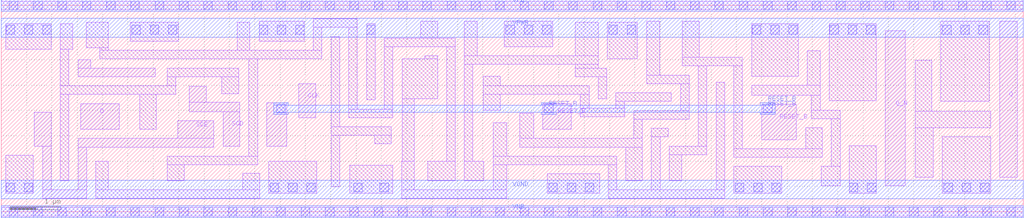
<source format=lef>
# Copyright 2020 The SkyWater PDK Authors
#
# Licensed under the Apache License, Version 2.0 (the "License");
# you may not use this file except in compliance with the License.
# You may obtain a copy of the License at
#
#     https://www.apache.org/licenses/LICENSE-2.0
#
# Unless required by applicable law or agreed to in writing, software
# distributed under the License is distributed on an "AS IS" BASIS,
# WITHOUT WARRANTIES OR CONDITIONS OF ANY KIND, either express or implied.
# See the License for the specific language governing permissions and
# limitations under the License.
#
# SPDX-License-Identifier: Apache-2.0

VERSION 5.7 ;
  NAMESCASESENSITIVE ON ;
  NOWIREEXTENSIONATPIN ON ;
  DIVIDERCHAR "/" ;
  BUSBITCHARS "[]" ;
UNITS
  DATABASE MICRONS 200 ;
END UNITS
MACRO sky130_fd_sc_hvl__sdfrbp_1
  CLASS CORE ;
  SOURCE USER ;
  FOREIGN sky130_fd_sc_hvl__sdfrbp_1 ;
  ORIGIN  0.000000  0.000000 ;
  SIZE  20.16000 BY  4.070000 ;
  SYMMETRY X Y ;
  SITE unithv ;
  PIN D
    ANTENNAGATEAREA  0.420000 ;
    DIRECTION INPUT ;
    USE SIGNAL ;
    PORT
      LAYER li1 ;
        RECT 1.565000 1.625000 2.330000 2.135000 ;
    END
  END D
  PIN Q
    ANTENNADIFFAREA  0.626250 ;
    DIRECTION OUTPUT ;
    USE SIGNAL ;
    PORT
      LAYER li1 ;
        RECT 19.700000 0.685000 20.040000 3.755000 ;
    END
  END Q
  PIN Q_N
    ANTENNADIFFAREA  0.596250 ;
    DIRECTION OUTPUT ;
    USE SIGNAL ;
    PORT
      LAYER li1 ;
        RECT 17.435000 0.515000 17.835000 3.570000 ;
    END
  END Q_N
  PIN RESET_B
    ANTENNAGATEAREA  1.260000 ;
    DIRECTION INPUT ;
    USE SIGNAL ;
    PORT
      LAYER li1 ;
        RECT  5.235000 1.295000  5.635000 2.150000 ;
        RECT 10.685000 1.625000 11.245000 2.135000 ;
      LAYER mcon ;
        RECT  5.435000 1.950000  5.605000 2.120000 ;
        RECT 10.715000 1.950000 10.885000 2.120000 ;
    END
    PORT
      LAYER li1 ;
        RECT 15.005000 1.425000 15.685000 2.120000 ;
      LAYER mcon ;
        RECT 15.035000 1.950000 15.205000 2.120000 ;
    END
    PORT
      LAYER met1 ;
        RECT  5.375000 1.920000  5.665000 1.965000 ;
        RECT  5.375000 1.965000 15.265000 2.105000 ;
        RECT  5.375000 2.105000  5.665000 2.150000 ;
        RECT 10.655000 1.920000 10.945000 1.965000 ;
        RECT 10.655000 2.105000 10.945000 2.150000 ;
        RECT 14.975000 1.920000 15.265000 1.965000 ;
        RECT 14.975000 2.105000 15.265000 2.150000 ;
    END
  END RESET_B
  PIN SCD
    ANTENNAGATEAREA  0.420000 ;
    DIRECTION INPUT ;
    USE SIGNAL ;
    PORT
      LAYER li1 ;
        RECT 3.710000 1.975000 4.705000 2.155000 ;
        RECT 3.710000 2.155000 4.040000 2.480000 ;
        RECT 4.375000 1.295000 4.705000 1.975000 ;
    END
  END SCD
  PIN SCE
    ANTENNAGATEAREA  0.840000 ;
    DIRECTION INPUT ;
    USE SIGNAL ;
    PORT
      LAYER li1 ;
        RECT 0.655000 1.295000 0.985000 1.965000 ;
        RECT 0.815000 0.265000 1.685000 0.435000 ;
        RECT 0.815000 0.435000 0.985000 1.295000 ;
        RECT 1.515000 0.435000 1.685000 1.275000 ;
        RECT 1.515000 1.275000 4.195000 1.445000 ;
        RECT 1.515000 2.665000 3.040000 2.835000 ;
        RECT 1.515000 2.835000 1.765000 2.995000 ;
        RECT 3.485000 1.445000 4.195000 1.795000 ;
    END
  END SCE
  PIN CLK
    ANTENNAGATEAREA  0.585000 ;
    DIRECTION INPUT ;
    USE CLOCK ;
    PORT
      LAYER li1 ;
        RECT 5.870000 1.850000 6.200000 2.520000 ;
    END
  END CLK
  PIN VGND
    DIRECTION INOUT ;
    USE GROUND ;
    PORT
      LAYER met1 ;
        RECT 0.000000 0.255000 20.160000 0.625000 ;
    END
  END VGND
  PIN VNB
    DIRECTION INOUT ;
    USE GROUND ;
    PORT
      LAYER met1 ;
        RECT 0.000000 -0.115000 20.160000 0.115000 ;
    END
  END VNB
  PIN VPB
    DIRECTION INOUT ;
    USE POWER ;
    PORT
      LAYER met1 ;
        RECT 0.000000 3.955000 20.160000 4.185000 ;
    END
  END VPB
  PIN VPWR
    DIRECTION INOUT ;
    USE POWER ;
    PORT
      LAYER met1 ;
        RECT 0.000000 3.445000 20.160000 3.815000 ;
    END
  END VPWR
  OBS
    LAYER li1 ;
      RECT  0.000000 -0.085000 20.160000 0.085000 ;
      RECT  0.000000  3.985000 20.160000 4.155000 ;
      RECT  0.090000  0.365000  0.635000 1.115000 ;
      RECT  0.090000  3.205000  0.985000 3.705000 ;
      RECT  1.165000  0.615000  1.335000 2.315000 ;
      RECT  1.165000  2.315000  3.440000 2.485000 ;
      RECT  1.165000  2.485000  1.335000 3.205000 ;
      RECT  1.165000  3.205000  1.415000 3.705000 ;
      RECT  1.675000  3.235000  2.115000 3.735000 ;
      RECT  1.865000  0.265000  5.095000 0.435000 ;
      RECT  1.865000  0.435000  2.115000 0.995000 ;
      RECT  1.945000  3.015000  6.325000 3.185000 ;
      RECT  1.945000  3.185000  2.115000 3.235000 ;
      RECT  2.545000  3.365000  3.495000 3.735000 ;
      RECT  2.730000  1.625000  3.060000 2.315000 ;
      RECT  3.270000  2.485000  3.440000 2.665000 ;
      RECT  3.270000  2.665000  4.680000 2.835000 ;
      RECT  3.275000  0.615000  3.605000 0.925000 ;
      RECT  3.275000  0.925000  5.055000 1.095000 ;
      RECT  4.350000  2.325000  4.680000 2.665000 ;
      RECT  4.655000  3.185000  4.905000 3.735000 ;
      RECT  4.765000  0.435000  5.095000 0.755000 ;
      RECT  4.885000  1.095000  5.055000 3.015000 ;
      RECT  5.085000  3.365000  5.975000 3.755000 ;
      RECT  5.275000  0.365000  6.225000 0.995000 ;
      RECT  6.155000  3.185000  6.325000 3.635000 ;
      RECT  6.155000  3.635000  7.025000 3.805000 ;
      RECT  6.505000  0.495000  6.675000 1.505000 ;
      RECT  6.505000  1.505000  7.695000 1.675000 ;
      RECT  6.505000  1.675000  6.675000 3.455000 ;
      RECT  6.855000  1.855000  7.725000 2.025000 ;
      RECT  6.855000  2.025000  7.025000 3.635000 ;
      RECT  6.870000  0.365000  7.720000 0.915000 ;
      RECT  7.205000  2.205000  7.375000 3.705000 ;
      RECT  7.365000  1.345000  7.695000 1.505000 ;
      RECT  7.555000  2.025000  7.725000 3.255000 ;
      RECT  7.555000  3.255000  8.955000 3.425000 ;
      RECT  7.900000  0.265000  9.975000 0.435000 ;
      RECT  7.900000  0.435000  8.150000 0.995000 ;
      RECT  7.905000  0.995000  8.150000 2.225000 ;
      RECT  7.905000  2.225000  8.605000 3.015000 ;
      RECT  8.275000  3.425000  8.605000 3.755000 ;
      RECT  8.355000  3.015000  8.605000 3.075000 ;
      RECT  8.410000  0.615000  8.955000 0.995000 ;
      RECT  8.785000  0.995000  8.955000 3.255000 ;
      RECT  9.135000  0.615000  9.520000 0.995000 ;
      RECT  9.135000  0.995000  9.305000 2.905000 ;
      RECT  9.135000  2.905000 11.775000 3.075000 ;
      RECT  9.135000  3.075000  9.385000 3.755000 ;
      RECT  9.510000  2.005000  9.840000 2.315000 ;
      RECT  9.510000  2.315000 11.595000 2.485000 ;
      RECT  9.510000  2.485000  9.840000 2.675000 ;
      RECT  9.700000  0.435000  9.975000 0.925000 ;
      RECT  9.700000  0.925000 12.145000 1.095000 ;
      RECT  9.700000  1.095000  9.975000 1.755000 ;
      RECT  9.925000  3.255000 10.875000 3.755000 ;
      RECT 10.225000  1.275000 12.645000 1.445000 ;
      RECT 10.225000  1.445000 10.505000 1.945000 ;
      RECT 10.770000  0.365000 11.805000 0.745000 ;
      RECT 11.325000  2.665000 11.945000 2.835000 ;
      RECT 11.325000  2.835000 11.775000 2.905000 ;
      RECT 11.325000  3.075000 11.775000 3.735000 ;
      RECT 11.425000  1.875000 12.295000 2.045000 ;
      RECT 11.425000  2.045000 11.595000 2.315000 ;
      RECT 11.775000  2.225000 11.945000 2.665000 ;
      RECT 11.955000  3.015000 12.545000 3.735000 ;
      RECT 11.975000  0.265000 14.270000 0.435000 ;
      RECT 11.975000  0.435000 12.145000 0.925000 ;
      RECT 12.125000  2.045000 12.295000 2.175000 ;
      RECT 12.125000  2.175000 13.220000 2.345000 ;
      RECT 12.315000  0.615000 12.645000 1.275000 ;
      RECT 12.475000  1.445000 12.645000 1.825000 ;
      RECT 12.475000  1.825000 13.570000 1.995000 ;
      RECT 12.735000  2.525000 13.570000 2.695000 ;
      RECT 12.735000  2.695000 12.985000 3.755000 ;
      RECT 12.825000  0.435000 12.995000 1.475000 ;
      RECT 12.825000  1.475000 13.155000 1.645000 ;
      RECT 13.175000  0.615000 13.425000 1.125000 ;
      RECT 13.175000  1.125000 13.920000 1.295000 ;
      RECT 13.400000  1.995000 13.570000 2.525000 ;
      RECT 13.435000  2.875000 14.620000 3.045000 ;
      RECT 13.435000  3.045000 13.765000 3.755000 ;
      RECT 13.750000  1.295000 13.920000 2.875000 ;
      RECT 14.100000  0.435000 14.270000 2.555000 ;
      RECT 14.450000  0.365000 15.400000 0.895000 ;
      RECT 14.450000  1.075000 16.195000 1.245000 ;
      RECT 14.450000  1.245000 14.620000 2.875000 ;
      RECT 14.800000  2.300000 16.150000 2.495000 ;
      RECT 14.800000  2.675000 15.720000 3.705000 ;
      RECT 15.865000  1.245000 16.195000 1.655000 ;
      RECT 15.900000  2.495000 16.150000 3.175000 ;
      RECT 15.980000  1.835000 16.545000 2.005000 ;
      RECT 15.980000  2.005000 16.150000 2.300000 ;
      RECT 16.175000  0.515000 16.545000 0.895000 ;
      RECT 16.330000  2.185000 17.255000 3.705000 ;
      RECT 16.375000  0.895000 16.545000 1.835000 ;
      RECT 16.725000  0.365000 17.255000 1.305000 ;
      RECT 18.025000  0.685000 18.385000 1.655000 ;
      RECT 18.025000  1.655000 19.520000 1.985000 ;
      RECT 18.025000  1.985000 18.355000 2.985000 ;
      RECT 18.535000  2.175000 19.485000 3.755000 ;
      RECT 18.565000  0.365000 19.515000 1.475000 ;
    LAYER mcon ;
      RECT  0.095000  0.395000  0.265000 0.565000 ;
      RECT  0.095000  3.505000  0.265000 3.675000 ;
      RECT  0.155000 -0.085000  0.325000 0.085000 ;
      RECT  0.155000  3.985000  0.325000 4.155000 ;
      RECT  0.455000  0.395000  0.625000 0.565000 ;
      RECT  0.455000  3.505000  0.625000 3.675000 ;
      RECT  0.635000 -0.085000  0.805000 0.085000 ;
      RECT  0.635000  3.985000  0.805000 4.155000 ;
      RECT  0.815000  3.505000  0.985000 3.675000 ;
      RECT  1.115000 -0.085000  1.285000 0.085000 ;
      RECT  1.115000  3.985000  1.285000 4.155000 ;
      RECT  1.595000 -0.085000  1.765000 0.085000 ;
      RECT  1.595000  3.985000  1.765000 4.155000 ;
      RECT  2.075000 -0.085000  2.245000 0.085000 ;
      RECT  2.075000  3.985000  2.245000 4.155000 ;
      RECT  2.555000 -0.085000  2.725000 0.085000 ;
      RECT  2.555000  3.985000  2.725000 4.155000 ;
      RECT  2.575000  3.505000  2.745000 3.675000 ;
      RECT  2.935000  3.505000  3.105000 3.675000 ;
      RECT  3.035000 -0.085000  3.205000 0.085000 ;
      RECT  3.035000  3.985000  3.205000 4.155000 ;
      RECT  3.295000  3.505000  3.465000 3.675000 ;
      RECT  3.515000 -0.085000  3.685000 0.085000 ;
      RECT  3.515000  3.985000  3.685000 4.155000 ;
      RECT  3.995000 -0.085000  4.165000 0.085000 ;
      RECT  3.995000  3.985000  4.165000 4.155000 ;
      RECT  4.475000 -0.085000  4.645000 0.085000 ;
      RECT  4.475000  3.985000  4.645000 4.155000 ;
      RECT  4.955000 -0.085000  5.125000 0.085000 ;
      RECT  4.955000  3.985000  5.125000 4.155000 ;
      RECT  5.085000  3.505000  5.255000 3.675000 ;
      RECT  5.305000  0.395000  5.475000 0.565000 ;
      RECT  5.435000 -0.085000  5.605000 0.085000 ;
      RECT  5.435000  3.985000  5.605000 4.155000 ;
      RECT  5.445000  3.505000  5.615000 3.675000 ;
      RECT  5.665000  0.395000  5.835000 0.565000 ;
      RECT  5.805000  3.505000  5.975000 3.675000 ;
      RECT  5.915000 -0.085000  6.085000 0.085000 ;
      RECT  5.915000  3.985000  6.085000 4.155000 ;
      RECT  6.025000  0.395000  6.195000 0.565000 ;
      RECT  6.395000 -0.085000  6.565000 0.085000 ;
      RECT  6.395000  3.985000  6.565000 4.155000 ;
      RECT  6.875000 -0.085000  7.045000 0.085000 ;
      RECT  6.875000  3.985000  7.045000 4.155000 ;
      RECT  6.950000  0.395000  7.120000 0.565000 ;
      RECT  7.205000  3.505000  7.375000 3.675000 ;
      RECT  7.355000 -0.085000  7.525000 0.085000 ;
      RECT  7.355000  3.985000  7.525000 4.155000 ;
      RECT  7.470000  0.395000  7.640000 0.565000 ;
      RECT  7.835000 -0.085000  8.005000 0.085000 ;
      RECT  7.835000  3.985000  8.005000 4.155000 ;
      RECT  8.315000 -0.085000  8.485000 0.085000 ;
      RECT  8.315000  3.985000  8.485000 4.155000 ;
      RECT  8.795000 -0.085000  8.965000 0.085000 ;
      RECT  8.795000  3.985000  8.965000 4.155000 ;
      RECT  9.275000 -0.085000  9.445000 0.085000 ;
      RECT  9.275000  3.985000  9.445000 4.155000 ;
      RECT  9.755000 -0.085000  9.925000 0.085000 ;
      RECT  9.755000  3.985000  9.925000 4.155000 ;
      RECT  9.955000  3.505000 10.125000 3.675000 ;
      RECT 10.235000 -0.085000 10.405000 0.085000 ;
      RECT 10.235000  3.985000 10.405000 4.155000 ;
      RECT 10.315000  3.505000 10.485000 3.675000 ;
      RECT 10.675000  3.505000 10.845000 3.675000 ;
      RECT 10.715000 -0.085000 10.885000 0.085000 ;
      RECT 10.715000  3.985000 10.885000 4.155000 ;
      RECT 10.800000  0.395000 10.970000 0.565000 ;
      RECT 11.160000  0.395000 11.330000 0.565000 ;
      RECT 11.195000 -0.085000 11.365000 0.085000 ;
      RECT 11.195000  3.985000 11.365000 4.155000 ;
      RECT 11.520000  0.395000 11.690000 0.565000 ;
      RECT 11.675000 -0.085000 11.845000 0.085000 ;
      RECT 11.675000  3.985000 11.845000 4.155000 ;
      RECT 11.985000  3.505000 12.155000 3.675000 ;
      RECT 12.155000 -0.085000 12.325000 0.085000 ;
      RECT 12.155000  3.985000 12.325000 4.155000 ;
      RECT 12.345000  3.505000 12.515000 3.675000 ;
      RECT 12.635000 -0.085000 12.805000 0.085000 ;
      RECT 12.635000  3.985000 12.805000 4.155000 ;
      RECT 13.115000 -0.085000 13.285000 0.085000 ;
      RECT 13.115000  3.985000 13.285000 4.155000 ;
      RECT 13.595000 -0.085000 13.765000 0.085000 ;
      RECT 13.595000  3.985000 13.765000 4.155000 ;
      RECT 14.075000 -0.085000 14.245000 0.085000 ;
      RECT 14.075000  3.985000 14.245000 4.155000 ;
      RECT 14.480000  0.395000 14.650000 0.565000 ;
      RECT 14.555000 -0.085000 14.725000 0.085000 ;
      RECT 14.555000  3.985000 14.725000 4.155000 ;
      RECT 14.815000  3.505000 14.985000 3.675000 ;
      RECT 14.840000  0.395000 15.010000 0.565000 ;
      RECT 15.035000 -0.085000 15.205000 0.085000 ;
      RECT 15.035000  3.985000 15.205000 4.155000 ;
      RECT 15.175000  3.505000 15.345000 3.675000 ;
      RECT 15.200000  0.395000 15.370000 0.565000 ;
      RECT 15.515000 -0.085000 15.685000 0.085000 ;
      RECT 15.515000  3.985000 15.685000 4.155000 ;
      RECT 15.535000  3.505000 15.705000 3.675000 ;
      RECT 15.995000 -0.085000 16.165000 0.085000 ;
      RECT 15.995000  3.985000 16.165000 4.155000 ;
      RECT 16.345000  3.505000 16.515000 3.675000 ;
      RECT 16.475000 -0.085000 16.645000 0.085000 ;
      RECT 16.475000  3.985000 16.645000 4.155000 ;
      RECT 16.705000  3.505000 16.875000 3.675000 ;
      RECT 16.725000  0.395000 16.895000 0.565000 ;
      RECT 16.955000 -0.085000 17.125000 0.085000 ;
      RECT 16.955000  3.985000 17.125000 4.155000 ;
      RECT 17.065000  3.505000 17.235000 3.675000 ;
      RECT 17.085000  0.395000 17.255000 0.565000 ;
      RECT 17.435000 -0.085000 17.605000 0.085000 ;
      RECT 17.435000  3.985000 17.605000 4.155000 ;
      RECT 17.915000 -0.085000 18.085000 0.085000 ;
      RECT 17.915000  3.985000 18.085000 4.155000 ;
      RECT 18.395000 -0.085000 18.565000 0.085000 ;
      RECT 18.395000  3.985000 18.565000 4.155000 ;
      RECT 18.565000  3.505000 18.735000 3.675000 ;
      RECT 18.595000  0.395000 18.765000 0.565000 ;
      RECT 18.875000 -0.085000 19.045000 0.085000 ;
      RECT 18.875000  3.985000 19.045000 4.155000 ;
      RECT 18.925000  3.505000 19.095000 3.675000 ;
      RECT 18.955000  0.395000 19.125000 0.565000 ;
      RECT 19.285000  3.505000 19.455000 3.675000 ;
      RECT 19.315000  0.395000 19.485000 0.565000 ;
      RECT 19.355000 -0.085000 19.525000 0.085000 ;
      RECT 19.355000  3.985000 19.525000 4.155000 ;
      RECT 19.835000 -0.085000 20.005000 0.085000 ;
      RECT 19.835000  3.985000 20.005000 4.155000 ;
  END
END sky130_fd_sc_hvl__sdfrbp_1
END LIBRARY

</source>
